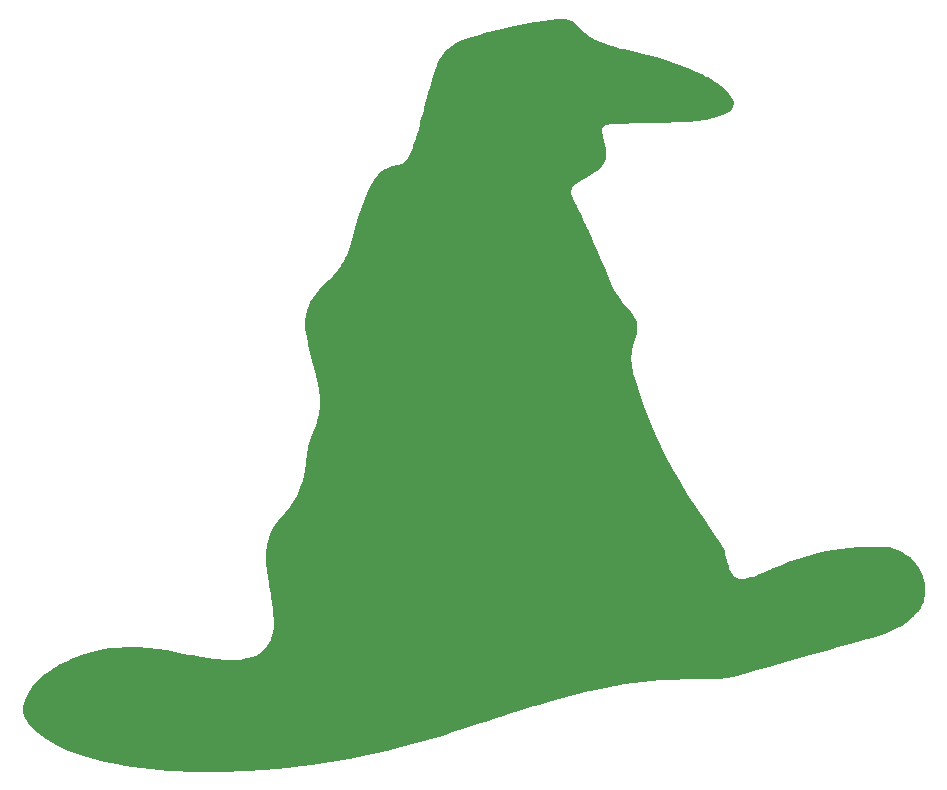
<source format=gbr>
G04 #@! TF.GenerationSoftware,KiCad,Pcbnew,(5.1.7)-1*
G04 #@! TF.CreationDate,2020-12-19T00:30:41-03:00*
G04 #@! TF.ProjectId,Sorting Hat,536f7274-696e-4672-9048-61742e6b6963,rev?*
G04 #@! TF.SameCoordinates,Original*
G04 #@! TF.FileFunction,Copper,L1,Top*
G04 #@! TF.FilePolarity,Positive*
%FSLAX46Y46*%
G04 Gerber Fmt 4.6, Leading zero omitted, Abs format (unit mm)*
G04 Created by KiCad (PCBNEW (5.1.7)-1) date 2020-12-19 00:30:41*
%MOMM*%
%LPD*%
G01*
G04 APERTURE LIST*
G04 #@! TA.AperFunction,NonConductor*
%ADD10C,0.254000*%
G04 #@! TD*
G04 #@! TA.AperFunction,NonConductor*
%ADD11C,0.100000*%
G04 #@! TD*
G04 APERTURE END LIST*
D10*
X167083874Y-46527557D02*
X167269543Y-46558727D01*
X167446661Y-46609503D01*
X167518588Y-46636412D01*
X167611900Y-46675533D01*
X167692792Y-46714284D01*
X167766898Y-46756420D01*
X167841140Y-46806668D01*
X167921987Y-46870076D01*
X168014950Y-46951311D01*
X168125011Y-47054532D01*
X168256914Y-47183485D01*
X168344345Y-47270543D01*
X168346325Y-47272473D01*
X168609683Y-47523528D01*
X168615079Y-47528385D01*
X168872758Y-47747333D01*
X168879387Y-47752596D01*
X169141331Y-47946672D01*
X169148557Y-47951648D01*
X169424711Y-48128091D01*
X169431637Y-48132213D01*
X169731945Y-48298259D01*
X169735771Y-48300290D01*
X169814720Y-48340490D01*
X169818128Y-48342162D01*
X170117125Y-48483321D01*
X170122644Y-48485768D01*
X170435300Y-48615583D01*
X170440720Y-48617689D01*
X170772205Y-48737847D01*
X170777264Y-48739561D01*
X171132750Y-48851745D01*
X171137262Y-48853078D01*
X171521918Y-48958974D01*
X171525785Y-48959973D01*
X171944782Y-49061265D01*
X171947303Y-49061847D01*
X172187980Y-49114865D01*
X172188078Y-49114887D01*
X172857340Y-49261758D01*
X173486941Y-49408132D01*
X174081073Y-49555190D01*
X174643286Y-49703973D01*
X175177088Y-49855508D01*
X175686008Y-50010824D01*
X176173675Y-50170986D01*
X176643611Y-50337025D01*
X177099439Y-50510012D01*
X177545374Y-50691268D01*
X177615587Y-50720918D01*
X177759604Y-50783786D01*
X177928778Y-50860520D01*
X178116368Y-50947837D01*
X178315363Y-51042331D01*
X178518145Y-51140298D01*
X178718076Y-51238500D01*
X178907813Y-51333358D01*
X179080109Y-51421330D01*
X179227843Y-51498929D01*
X179344120Y-51562767D01*
X179349357Y-51565752D01*
X179502364Y-51656401D01*
X179670366Y-51761384D01*
X179844103Y-51874512D01*
X180013473Y-51989054D01*
X180168412Y-52098264D01*
X180299228Y-52195620D01*
X180337132Y-52225395D01*
X180451766Y-52322376D01*
X180579732Y-52439447D01*
X180712685Y-52568315D01*
X180841590Y-52699961D01*
X180957429Y-52825258D01*
X181051721Y-52935525D01*
X181080139Y-52971758D01*
X181210626Y-53165032D01*
X181298787Y-53341750D01*
X181347444Y-53502245D01*
X181359634Y-53646651D01*
X181338345Y-53778164D01*
X181283579Y-53902203D01*
X181189900Y-54025141D01*
X181140085Y-54073725D01*
X181040407Y-54149318D01*
X180901641Y-54231673D01*
X180727295Y-54318236D01*
X180523285Y-54405810D01*
X180294919Y-54491913D01*
X180047265Y-54574322D01*
X179784371Y-54651204D01*
X179718964Y-54668745D01*
X179429656Y-54740271D01*
X179138616Y-54802475D01*
X178839163Y-54856361D01*
X178525199Y-54902761D01*
X178190569Y-54942484D01*
X177829511Y-54976284D01*
X177435772Y-55004961D01*
X177119567Y-55023345D01*
X177063176Y-55025731D01*
X176967163Y-55029054D01*
X176836419Y-55033158D01*
X176836419Y-55033157D01*
X176674050Y-55037958D01*
X176484550Y-55043329D01*
X176271576Y-55049168D01*
X176038619Y-55055379D01*
X175789767Y-55061848D01*
X175528665Y-55068474D01*
X175258945Y-55075156D01*
X175186119Y-55076933D01*
X175186097Y-55076933D01*
X174629516Y-55090611D01*
X174629441Y-55090613D01*
X174110249Y-55103677D01*
X174110163Y-55103679D01*
X173628777Y-55116118D01*
X173628678Y-55116121D01*
X173185512Y-55127920D01*
X173185393Y-55127923D01*
X172780865Y-55139072D01*
X172780722Y-55139076D01*
X172415247Y-55149561D01*
X172415069Y-55149566D01*
X172089064Y-55159375D01*
X172088838Y-55159382D01*
X171802718Y-55168503D01*
X171802416Y-55168513D01*
X171556599Y-55176933D01*
X171556179Y-55176949D01*
X171351079Y-55184655D01*
X171350445Y-55184680D01*
X171186480Y-55191660D01*
X171185415Y-55191710D01*
X171063000Y-55197952D01*
X171061035Y-55198067D01*
X170988985Y-55202861D01*
X170982218Y-55203494D01*
X170790349Y-55226622D01*
X170775838Y-55229233D01*
X170621720Y-55266316D01*
X170599476Y-55273905D01*
X170480117Y-55327416D01*
X170451154Y-55345418D01*
X170363558Y-55417830D01*
X170346016Y-55435497D01*
X170336888Y-55448231D01*
X170278062Y-55542015D01*
X170263384Y-55575145D01*
X170230333Y-55692774D01*
X170225923Y-55718055D01*
X170215653Y-55861435D01*
X170215367Y-55873639D01*
X170217223Y-55948906D01*
X170217581Y-55955814D01*
X170223819Y-56034482D01*
X170224530Y-56041182D01*
X170236233Y-56129197D01*
X170237062Y-56134552D01*
X170255313Y-56237862D01*
X170256032Y-56241605D01*
X170281912Y-56366155D01*
X170282433Y-56368546D01*
X170317025Y-56520284D01*
X170317357Y-56521705D01*
X170361743Y-56706578D01*
X170361881Y-56707146D01*
X170376861Y-56768297D01*
X170412767Y-56916236D01*
X170447560Y-57062970D01*
X170479116Y-57199279D01*
X170505191Y-57315417D01*
X170523658Y-57402109D01*
X170526425Y-57416039D01*
X170547495Y-57560812D01*
X170559243Y-57721543D01*
X170561657Y-57886873D01*
X170554751Y-58042418D01*
X170538917Y-58174733D01*
X170527224Y-58230200D01*
X170474201Y-58399521D01*
X170405391Y-58555232D01*
X170317831Y-58701549D01*
X170207869Y-58842665D01*
X170071555Y-58982150D01*
X169905126Y-59122893D01*
X169705302Y-59267344D01*
X169469137Y-59417885D01*
X169193269Y-59577322D01*
X169148367Y-59602115D01*
X168927481Y-59723765D01*
X168927051Y-59724003D01*
X168739720Y-59828121D01*
X168738961Y-59828547D01*
X168581393Y-59917541D01*
X168580160Y-59918246D01*
X168448566Y-59994523D01*
X168446682Y-59995637D01*
X168337269Y-60061602D01*
X168334542Y-60063293D01*
X168243522Y-60121354D01*
X168239850Y-60123787D01*
X168163432Y-60176349D01*
X168158942Y-60179584D01*
X168093334Y-60229055D01*
X168088529Y-60232863D01*
X168029942Y-60281648D01*
X168025611Y-60285424D01*
X167970254Y-60335930D01*
X167967267Y-60338745D01*
X167919676Y-60385071D01*
X167913273Y-60391777D01*
X167790916Y-60529650D01*
X167778232Y-60546600D01*
X167693500Y-60682065D01*
X167681677Y-60706401D01*
X167631055Y-60847039D01*
X167624619Y-60873611D01*
X167604594Y-61027003D01*
X167603549Y-61040982D01*
X167602905Y-61074215D01*
X167602940Y-61080552D01*
X167605649Y-61169271D01*
X167606449Y-61180139D01*
X167616478Y-61265942D01*
X167618551Y-61278331D01*
X167637936Y-61366970D01*
X167640925Y-61378163D01*
X167671702Y-61475392D01*
X167674709Y-61483843D01*
X167718911Y-61595415D01*
X167721305Y-61601056D01*
X167780969Y-61732724D01*
X167782596Y-61736175D01*
X167859757Y-61893693D01*
X167860684Y-61895548D01*
X167943257Y-62057370D01*
X167943431Y-62057708D01*
X168063128Y-62290559D01*
X168178081Y-62516618D01*
X168289649Y-62738843D01*
X168399037Y-62959895D01*
X168507195Y-63181918D01*
X168615559Y-63408049D01*
X168725009Y-63640276D01*
X168837044Y-63881896D01*
X168952535Y-64134861D01*
X169072794Y-64402078D01*
X169198947Y-64686050D01*
X169332249Y-64989566D01*
X169473480Y-65314334D01*
X169624375Y-65664255D01*
X169785521Y-66040575D01*
X169958535Y-66446936D01*
X170144194Y-66885016D01*
X170343904Y-67357967D01*
X170509859Y-67751973D01*
X170509972Y-67752238D01*
X170646207Y-68073642D01*
X170646535Y-68074409D01*
X170769849Y-68360096D01*
X170770295Y-68361118D01*
X170882553Y-68615038D01*
X170883148Y-68616364D01*
X170986216Y-68842465D01*
X170986990Y-68844131D01*
X171082735Y-69046364D01*
X171083713Y-69048382D01*
X171174002Y-69230696D01*
X171175188Y-69233031D01*
X171261885Y-69399376D01*
X171263256Y-69401935D01*
X171348228Y-69556259D01*
X171349644Y-69558762D01*
X171426653Y-69691423D01*
X171428512Y-69694524D01*
X171616468Y-69998066D01*
X171619303Y-70002441D01*
X171810152Y-70284129D01*
X171813483Y-70288813D01*
X172015411Y-70559605D01*
X172018854Y-70564017D01*
X172240047Y-70834873D01*
X172243173Y-70838554D01*
X172491818Y-71120432D01*
X172493212Y-71121987D01*
X172502612Y-71132297D01*
X172629358Y-71273051D01*
X172729915Y-71389618D01*
X172809576Y-71488775D01*
X172873818Y-71577413D01*
X172928638Y-71663260D01*
X172980337Y-71755146D01*
X172995094Y-71783276D01*
X173077814Y-71958463D01*
X173133882Y-72115847D01*
X173169669Y-72274800D01*
X173189784Y-72455552D01*
X173194332Y-72544946D01*
X173195977Y-72731413D01*
X173184856Y-72890072D01*
X173158922Y-73039418D01*
X173114842Y-73198805D01*
X173065761Y-73340274D01*
X172979799Y-73576571D01*
X172979145Y-73578413D01*
X172908055Y-73783606D01*
X172907062Y-73786591D01*
X172849624Y-73966681D01*
X172848322Y-73971029D01*
X172802997Y-74132907D01*
X172801548Y-74138584D01*
X172766793Y-74289143D01*
X172765462Y-74295688D01*
X172739736Y-74441817D01*
X172738759Y-74448366D01*
X172720522Y-74596957D01*
X172719959Y-74602576D01*
X172707669Y-74760521D01*
X172707416Y-74764631D01*
X172699532Y-74938820D01*
X172699463Y-74940622D01*
X172697893Y-74991207D01*
X172697848Y-74993150D01*
X172694556Y-75202517D01*
X172694560Y-75206763D01*
X172697993Y-75400575D01*
X172698206Y-75406011D01*
X172709447Y-75591427D01*
X172709966Y-75597542D01*
X172730098Y-75781721D01*
X172730909Y-75787786D01*
X172761014Y-75977887D01*
X172761979Y-75983238D01*
X172803140Y-76186419D01*
X172804078Y-76190672D01*
X172857375Y-76414094D01*
X172858153Y-76417180D01*
X172924671Y-76667999D01*
X172925164Y-76669807D01*
X172980123Y-76865347D01*
X172980912Y-76868038D01*
X173306501Y-77935403D01*
X173307838Y-77939532D01*
X173675455Y-79011935D01*
X173676882Y-79015886D01*
X174086524Y-80093321D01*
X174088028Y-80097092D01*
X174539690Y-81179552D01*
X174541254Y-81183145D01*
X175034934Y-82270622D01*
X175036547Y-82274037D01*
X175572240Y-83366525D01*
X175573888Y-83369768D01*
X176151591Y-84467260D01*
X176153263Y-84470334D01*
X176772972Y-85572822D01*
X176774659Y-85575732D01*
X177436372Y-86683210D01*
X177438065Y-86685963D01*
X178141776Y-87798423D01*
X178143467Y-87801026D01*
X178889174Y-88918463D01*
X178890857Y-88920922D01*
X179678555Y-90043327D01*
X179679763Y-90045018D01*
X180042976Y-90544968D01*
X180181471Y-90742245D01*
X180300759Y-90932064D01*
X180404926Y-91122597D01*
X180497288Y-91321199D01*
X180580996Y-91535352D01*
X180658936Y-91772306D01*
X180733847Y-92039062D01*
X180808559Y-92342918D01*
X180812240Y-92358788D01*
X180812677Y-92360609D01*
X180868588Y-92586472D01*
X180869650Y-92590479D01*
X180928179Y-92797676D01*
X180929590Y-92802331D01*
X180988858Y-92985081D01*
X180990990Y-92991128D01*
X181049116Y-93143652D01*
X181052982Y-93152722D01*
X181108085Y-93269237D01*
X181111715Y-93276329D01*
X181114007Y-93280480D01*
X181118351Y-93287762D01*
X181245551Y-93485654D01*
X181257167Y-93501023D01*
X181396848Y-93659285D01*
X181413912Y-93675351D01*
X181567416Y-93795195D01*
X181589695Y-93809138D01*
X181758362Y-93891773D01*
X181774024Y-93898190D01*
X181821107Y-93913907D01*
X181833957Y-93917459D01*
X181950570Y-93943188D01*
X181967888Y-93945773D01*
X182100655Y-93956307D01*
X182115067Y-93956630D01*
X182265811Y-93951443D01*
X182277280Y-93950527D01*
X182447821Y-93929094D01*
X182456750Y-93927647D01*
X182648910Y-93889442D01*
X182655806Y-93887870D01*
X182871408Y-93832368D01*
X182876733Y-93830873D01*
X183117597Y-93757548D01*
X183121722Y-93756215D01*
X183389671Y-93664542D01*
X183392881Y-93663395D01*
X183689736Y-93552847D01*
X183692244Y-93551883D01*
X184019827Y-93421936D01*
X184021794Y-93421137D01*
X184381927Y-93271264D01*
X184383471Y-93270609D01*
X184777975Y-93100285D01*
X184778782Y-93099933D01*
X184892364Y-93049958D01*
X185151614Y-92936054D01*
X185379658Y-92837235D01*
X185583450Y-92750640D01*
X185769962Y-92673392D01*
X185946825Y-92602340D01*
X186121182Y-92534543D01*
X186300401Y-92466977D01*
X186374776Y-92439461D01*
X187217013Y-92151611D01*
X188074638Y-91902293D01*
X188946789Y-91691564D01*
X189831200Y-91519954D01*
X190726330Y-91387875D01*
X191184260Y-91336135D01*
X191398453Y-91314849D01*
X191590659Y-91296911D01*
X191766685Y-91282095D01*
X191933106Y-91270096D01*
X192096637Y-91260609D01*
X192263776Y-91253343D01*
X192441463Y-91248001D01*
X192635980Y-91244314D01*
X192854245Y-91242001D01*
X193102060Y-91240788D01*
X193371568Y-91240397D01*
X193615183Y-91240371D01*
X193820906Y-91240585D01*
X193992096Y-91241185D01*
X194133511Y-91242322D01*
X194248654Y-91244135D01*
X194341819Y-91246755D01*
X194416887Y-91250288D01*
X194477937Y-91254811D01*
X194529595Y-91260429D01*
X194576824Y-91267347D01*
X194624820Y-91275935D01*
X194670845Y-91285049D01*
X195038379Y-91380301D01*
X195388114Y-91512597D01*
X195721957Y-91682059D01*
X196038805Y-91888109D01*
X196338158Y-92130775D01*
X196539199Y-92325114D01*
X196803400Y-92627455D01*
X197030662Y-92946950D01*
X197221036Y-93283040D01*
X197374001Y-93634582D01*
X197489643Y-94002532D01*
X197522912Y-94143825D01*
X197545313Y-94276436D01*
X197562936Y-94437771D01*
X197575024Y-94615459D01*
X197580897Y-94795887D01*
X197580048Y-94965441D01*
X197572135Y-95111396D01*
X197565302Y-95172163D01*
X197511609Y-95456138D01*
X197432663Y-95723493D01*
X197326456Y-95978641D01*
X197190809Y-96225171D01*
X197023278Y-96466464D01*
X196821367Y-96705538D01*
X196582681Y-96945118D01*
X196304927Y-97187812D01*
X196015767Y-97413935D01*
X195682063Y-97642597D01*
X195309219Y-97859667D01*
X194897308Y-98065062D01*
X194447549Y-98257997D01*
X193960333Y-98438054D01*
X193765900Y-98502836D01*
X193677624Y-98531085D01*
X193581193Y-98561262D01*
X193473889Y-98594148D01*
X193353806Y-98630279D01*
X193217942Y-98670528D01*
X193063083Y-98715825D01*
X192887877Y-98766555D01*
X192887877Y-98766554D01*
X192688521Y-98823815D01*
X192688521Y-98823816D01*
X192463350Y-98888090D01*
X192209038Y-98960335D01*
X191923528Y-99041148D01*
X191603799Y-99131400D01*
X191247543Y-99231758D01*
X191019242Y-99295992D01*
X191019242Y-99295991D01*
X190312844Y-99494710D01*
X190312830Y-99494714D01*
X189618360Y-99690163D01*
X189618346Y-99690167D01*
X188939403Y-99881331D01*
X188939388Y-99881335D01*
X188279576Y-100067200D01*
X188279560Y-100067205D01*
X187642477Y-100246755D01*
X187642460Y-100246760D01*
X187031710Y-100418981D01*
X187031692Y-100418986D01*
X186450874Y-100582863D01*
X186450852Y-100582869D01*
X185903567Y-100737387D01*
X185903543Y-100737394D01*
X185393394Y-100881538D01*
X185393389Y-100881539D01*
X185388764Y-100882846D01*
X185388752Y-100882850D01*
X184921924Y-101014822D01*
X184921922Y-101014822D01*
X184493979Y-101135809D01*
X184103053Y-101246322D01*
X184103053Y-101246323D01*
X183747311Y-101346860D01*
X183424867Y-101437936D01*
X183424867Y-101437935D01*
X183133826Y-101520065D01*
X182872462Y-101593720D01*
X182638700Y-101659466D01*
X182638700Y-101659467D01*
X182430993Y-101717724D01*
X182247225Y-101769070D01*
X182085637Y-101813984D01*
X181944085Y-101853051D01*
X181821629Y-101886526D01*
X181715204Y-101915246D01*
X181623942Y-101939451D01*
X181545609Y-101959750D01*
X181478478Y-101976621D01*
X181420590Y-101990600D01*
X181370195Y-102002175D01*
X181325211Y-102011910D01*
X181283824Y-102020305D01*
X181243647Y-102027967D01*
X181202760Y-102035401D01*
X181159471Y-102043075D01*
X181111824Y-102051510D01*
X181111571Y-102051555D01*
X181083369Y-102056607D01*
X180924768Y-102084100D01*
X180771292Y-102108195D01*
X180618551Y-102129226D01*
X180462796Y-102147406D01*
X180300314Y-102162935D01*
X180127317Y-102176003D01*
X179940052Y-102186791D01*
X179734847Y-102195471D01*
X179508193Y-102202203D01*
X179256551Y-102207162D01*
X178976151Y-102210525D01*
X178663439Y-102212468D01*
X178315000Y-102213169D01*
X177983348Y-102212915D01*
X177646252Y-102212567D01*
X177646000Y-102212567D01*
X177346299Y-102212853D01*
X177345924Y-102212854D01*
X177078684Y-102213897D01*
X177078161Y-102213900D01*
X176838449Y-102215823D01*
X176837759Y-102215830D01*
X176620638Y-102218752D01*
X176619772Y-102218767D01*
X176420309Y-102222812D01*
X176419289Y-102222837D01*
X176232550Y-102228125D01*
X176231426Y-102228162D01*
X176052475Y-102234816D01*
X176051329Y-102234863D01*
X175875233Y-102243004D01*
X175874159Y-102243059D01*
X175695982Y-102252809D01*
X175695063Y-102252862D01*
X175509872Y-102264343D01*
X175509160Y-102264390D01*
X175312019Y-102277724D01*
X175311714Y-102277744D01*
X175286176Y-102279533D01*
X175284628Y-102279651D01*
X174552127Y-102339970D01*
X174549178Y-102340248D01*
X173801087Y-102419458D01*
X173798256Y-102419790D01*
X173032838Y-102518248D01*
X173030141Y-102518624D01*
X172245664Y-102636684D01*
X172243109Y-102637095D01*
X171437839Y-102775116D01*
X171435434Y-102775552D01*
X170607637Y-102933890D01*
X170605385Y-102934342D01*
X169753326Y-103113352D01*
X169751227Y-103113812D01*
X168873172Y-103313852D01*
X168871225Y-103314312D01*
X167965442Y-103535738D01*
X167963642Y-103536192D01*
X167028395Y-103779360D01*
X167026738Y-103779803D01*
X166060294Y-104045070D01*
X166058773Y-104045497D01*
X165059398Y-104333219D01*
X165058337Y-104333530D01*
X164537937Y-104488272D01*
X164537463Y-104488414D01*
X164280795Y-104565824D01*
X164280512Y-104565909D01*
X164025037Y-104643608D01*
X164024735Y-104643701D01*
X163767696Y-104722575D01*
X163767384Y-104722671D01*
X163506021Y-104803607D01*
X163505711Y-104803703D01*
X163237266Y-104887586D01*
X163236965Y-104887681D01*
X162958680Y-104975398D01*
X162958397Y-104975487D01*
X162667513Y-105067923D01*
X162667252Y-105068006D01*
X162361012Y-105166048D01*
X162360779Y-105166123D01*
X162036423Y-105270656D01*
X162036216Y-105270723D01*
X161690986Y-105382634D01*
X161690808Y-105382692D01*
X161321947Y-105502867D01*
X161321795Y-105502917D01*
X160926543Y-105632241D01*
X160926415Y-105632283D01*
X160502014Y-105771643D01*
X160501908Y-105771678D01*
X160045600Y-105921959D01*
X160045513Y-105921987D01*
X159554539Y-106084076D01*
X159554470Y-106084099D01*
X159041564Y-106253754D01*
X158772837Y-106342485D01*
X158499500Y-106432316D01*
X158499500Y-106432315D01*
X158226085Y-106521778D01*
X157958407Y-106608991D01*
X157701026Y-106692476D01*
X157459814Y-106770332D01*
X157239190Y-106841128D01*
X157045247Y-106902894D01*
X156882548Y-106954151D01*
X156790301Y-106982791D01*
X155217867Y-107447875D01*
X153651367Y-107873131D01*
X152085567Y-108259718D01*
X150515889Y-108608605D01*
X148937768Y-108920753D01*
X147346576Y-109197139D01*
X145737566Y-109438752D01*
X144217624Y-109633507D01*
X143815176Y-109680058D01*
X143433065Y-109722366D01*
X143065620Y-109760897D01*
X142705209Y-109796331D01*
X142345530Y-109829211D01*
X141979544Y-109860146D01*
X141600621Y-109889713D01*
X141201850Y-109918511D01*
X140776202Y-109947144D01*
X140317123Y-109976184D01*
X140162451Y-109985633D01*
X140098924Y-109988283D01*
X139996060Y-109990978D01*
X139857315Y-109993674D01*
X139686485Y-109996337D01*
X139488233Y-109998932D01*
X139265384Y-110001447D01*
X139021755Y-110003861D01*
X138761348Y-110006148D01*
X138487539Y-110008294D01*
X138203922Y-110010275D01*
X137914087Y-110012075D01*
X137914087Y-110012076D01*
X137621946Y-110013671D01*
X137330738Y-110015045D01*
X137044373Y-110016176D01*
X136766497Y-110017045D01*
X136766497Y-110017044D01*
X136500389Y-110017631D01*
X136250046Y-110017916D01*
X136019133Y-110017879D01*
X135810791Y-110017500D01*
X135629397Y-110016761D01*
X135477820Y-110015642D01*
X135360946Y-110014136D01*
X135283667Y-110012294D01*
X134443778Y-109976942D01*
X133639350Y-109930020D01*
X132865317Y-109870958D01*
X132116138Y-109799157D01*
X131386579Y-109714042D01*
X130670980Y-109614989D01*
X129964108Y-109501422D01*
X129260073Y-109372655D01*
X128924901Y-109305942D01*
X128250669Y-109161484D01*
X127616878Y-109011400D01*
X127020874Y-108854721D01*
X126460500Y-108690598D01*
X125933424Y-108518143D01*
X125437358Y-108336485D01*
X124969961Y-108144740D01*
X124528940Y-107942042D01*
X124111848Y-107727447D01*
X123716373Y-107500070D01*
X123340089Y-107258945D01*
X122980110Y-107002746D01*
X122775155Y-106844652D01*
X122617643Y-106714382D01*
X122455845Y-106571121D01*
X122295380Y-106420503D01*
X122142410Y-106268699D01*
X122002923Y-106121784D01*
X121883181Y-105986230D01*
X121788930Y-105868146D01*
X121749383Y-105811783D01*
X121617342Y-105582700D01*
X121523678Y-105357978D01*
X121466592Y-105133507D01*
X121445173Y-104905335D01*
X121459350Y-104669119D01*
X121509872Y-104420935D01*
X121597804Y-104157699D01*
X121724831Y-103875263D01*
X121752743Y-103820741D01*
X121980090Y-103425788D01*
X122238459Y-103053104D01*
X122530326Y-102699328D01*
X122857180Y-102362983D01*
X123220574Y-102042636D01*
X123622099Y-101736911D01*
X124018973Y-101472194D01*
X124157199Y-101389378D01*
X124328164Y-101293460D01*
X124523213Y-101188951D01*
X124733916Y-101080151D01*
X124952305Y-100971088D01*
X125169998Y-100865980D01*
X125379143Y-100768776D01*
X125571786Y-100683466D01*
X125653642Y-100648925D01*
X126259773Y-100417611D01*
X126877156Y-100221025D01*
X127510919Y-100057740D01*
X128164863Y-99926861D01*
X128843680Y-99827382D01*
X129184896Y-99790050D01*
X129352034Y-99776585D01*
X129553793Y-99765082D01*
X129781635Y-99755725D01*
X130026906Y-99748675D01*
X130280645Y-99744085D01*
X130534577Y-99742084D01*
X130779821Y-99742802D01*
X131008119Y-99746361D01*
X131210662Y-99752870D01*
X131303593Y-99757489D01*
X131547436Y-99772572D01*
X131780833Y-99789459D01*
X132007815Y-99808738D01*
X132232868Y-99831034D01*
X132460361Y-99856966D01*
X132694712Y-99887163D01*
X132940193Y-99922244D01*
X133201249Y-99962852D01*
X133481988Y-100009581D01*
X133786976Y-100063096D01*
X134120523Y-100124026D01*
X134486316Y-100192878D01*
X134889517Y-100270432D01*
X134916607Y-100275689D01*
X134916763Y-100275719D01*
X135322369Y-100353902D01*
X135322792Y-100353983D01*
X135691010Y-100423668D01*
X135691574Y-100423774D01*
X136026356Y-100485564D01*
X136027087Y-100485696D01*
X136332387Y-100540200D01*
X136333309Y-100540361D01*
X136613081Y-100588182D01*
X136614209Y-100588370D01*
X136872407Y-100630116D01*
X136873742Y-100630324D01*
X137114319Y-100666599D01*
X137115839Y-100666819D01*
X137342748Y-100698231D01*
X137344409Y-100698450D01*
X137561604Y-100725603D01*
X137563329Y-100725807D01*
X137774765Y-100749307D01*
X137776461Y-100749484D01*
X137986089Y-100769937D01*
X137987659Y-100770080D01*
X138199435Y-100788093D01*
X138200531Y-100788182D01*
X138324782Y-100797667D01*
X138327417Y-100797840D01*
X138491775Y-100806954D01*
X138495126Y-100807096D01*
X138682970Y-100812543D01*
X138685430Y-100812590D01*
X138888298Y-100814540D01*
X138890354Y-100814543D01*
X139099784Y-100813166D01*
X139101724Y-100813139D01*
X139309254Y-100808604D01*
X139311321Y-100808542D01*
X139508491Y-100801020D01*
X139510999Y-100800899D01*
X139689346Y-100790560D01*
X139692874Y-100790306D01*
X139843937Y-100777319D01*
X139849012Y-100776780D01*
X139941504Y-100765069D01*
X139950004Y-100763699D01*
X140339498Y-100687275D01*
X140350622Y-100684566D01*
X140708533Y-100580122D01*
X140720749Y-100575871D01*
X141047429Y-100443178D01*
X141060400Y-100437034D01*
X141356197Y-100275863D01*
X141369354Y-100267613D01*
X141634622Y-100077735D01*
X141647228Y-100067428D01*
X141882316Y-99848614D01*
X141893622Y-99836630D01*
X142098881Y-99588652D01*
X142108321Y-99575655D01*
X142284102Y-99298282D01*
X142289143Y-99289585D01*
X142337799Y-99197407D01*
X142341569Y-99189635D01*
X142456543Y-98930543D01*
X142461237Y-98918294D01*
X142549287Y-98647450D01*
X142552631Y-98635072D01*
X142615281Y-98345841D01*
X142617203Y-98334506D01*
X142655975Y-98020251D01*
X142656733Y-98011795D01*
X142671053Y-97755853D01*
X142671222Y-97751451D01*
X142674610Y-97591711D01*
X142674639Y-97588874D01*
X142674460Y-97430855D01*
X142674417Y-97427700D01*
X142670250Y-97267361D01*
X142670125Y-97264135D01*
X142661549Y-97097434D01*
X142661355Y-97094372D01*
X142647948Y-96917268D01*
X142647712Y-96914541D01*
X142629052Y-96722994D01*
X142628806Y-96720692D01*
X142604472Y-96510659D01*
X142604242Y-96508797D01*
X142573811Y-96276239D01*
X142573613Y-96274790D01*
X142536665Y-96015663D01*
X142536505Y-96014569D01*
X142492617Y-95724834D01*
X142492493Y-95724036D01*
X142441244Y-95399651D01*
X142441165Y-95399157D01*
X142400163Y-95146112D01*
X142400161Y-95146097D01*
X142334985Y-94744151D01*
X142277289Y-94381312D01*
X142226564Y-94053445D01*
X142182484Y-93757548D01*
X142144769Y-93491000D01*
X142112931Y-93249721D01*
X142086687Y-93031145D01*
X142065631Y-92831792D01*
X142049385Y-92648437D01*
X142037568Y-92477844D01*
X142029794Y-92316562D01*
X142025687Y-92161269D01*
X142024885Y-92008653D01*
X142027044Y-91854610D01*
X142027476Y-91836340D01*
X142035082Y-91611762D01*
X142046683Y-91419723D01*
X142063578Y-91248248D01*
X142087143Y-91085114D01*
X142118945Y-90917839D01*
X142160783Y-90733666D01*
X142163456Y-90722629D01*
X142282907Y-90318226D01*
X142440567Y-89927274D01*
X142636346Y-89549314D01*
X142778867Y-89319237D01*
X142860943Y-89197141D01*
X142937171Y-89088983D01*
X143012902Y-88988127D01*
X143094771Y-88886177D01*
X143189295Y-88775047D01*
X143302880Y-88646848D01*
X143417222Y-88520726D01*
X143417499Y-88520419D01*
X143515400Y-88411723D01*
X143516322Y-88410689D01*
X143617316Y-88296069D01*
X143618166Y-88295094D01*
X143713394Y-88184773D01*
X143714437Y-88183549D01*
X143795036Y-88087749D01*
X143796359Y-88086150D01*
X143834429Y-88039369D01*
X143838185Y-88034519D01*
X144160939Y-87596274D01*
X144166452Y-87588148D01*
X144453472Y-87127737D01*
X144458333Y-87119225D01*
X144708788Y-86638436D01*
X144712966Y-86629600D01*
X144926028Y-86130218D01*
X144929503Y-86121123D01*
X145104342Y-85604936D01*
X145107099Y-85595646D01*
X145242887Y-85064440D01*
X145244178Y-85058866D01*
X145265126Y-84958221D01*
X145265528Y-84956208D01*
X145301653Y-84767400D01*
X145302162Y-84764567D01*
X145332133Y-84586096D01*
X145332645Y-84582780D01*
X145357849Y-84403873D01*
X145358262Y-84400641D01*
X145380088Y-84210526D01*
X145380365Y-84207868D01*
X145400202Y-83995774D01*
X145400357Y-83993975D01*
X145417400Y-83778808D01*
X145446965Y-83442534D01*
X145483849Y-83142253D01*
X145530054Y-82868522D01*
X145587536Y-82612677D01*
X145658404Y-82365756D01*
X145744933Y-82118767D01*
X145849596Y-81862648D01*
X145941858Y-81658468D01*
X145942431Y-81657182D01*
X146110002Y-81275111D01*
X146112637Y-81268622D01*
X146249416Y-80903212D01*
X146251958Y-80895717D01*
X146360945Y-80538129D01*
X146363100Y-80530132D01*
X146447296Y-80171529D01*
X146448179Y-80167472D01*
X146449063Y-80163064D01*
X146449209Y-80162322D01*
X146481063Y-79998425D01*
X146481488Y-79996126D01*
X146506621Y-79852773D01*
X146507202Y-79849155D01*
X146526382Y-79717531D01*
X146526965Y-79712945D01*
X146540959Y-79584237D01*
X146541383Y-79579520D01*
X146550957Y-79444912D01*
X146551177Y-79440936D01*
X146557100Y-79291615D01*
X146557180Y-79288814D01*
X146560219Y-79115967D01*
X146560238Y-79114304D01*
X146561159Y-78909115D01*
X146561160Y-78908562D01*
X146561164Y-78878692D01*
X146561163Y-78878162D01*
X146560458Y-78703742D01*
X146560444Y-78702310D01*
X146557981Y-78541541D01*
X146557930Y-78539387D01*
X146553055Y-78388420D01*
X146552931Y-78385577D01*
X146544992Y-78240564D01*
X146544762Y-78237183D01*
X146533108Y-78094278D01*
X146532756Y-78090619D01*
X146516734Y-77945974D01*
X146516278Y-77942339D01*
X146495235Y-77792106D01*
X146494722Y-77788765D01*
X146468007Y-77629096D01*
X146467492Y-77626224D01*
X146434453Y-77453273D01*
X146433985Y-77450940D01*
X146393968Y-77260858D01*
X146393575Y-77259056D01*
X146345930Y-77047996D01*
X146345621Y-77046662D01*
X146289694Y-76810777D01*
X146289467Y-76809836D01*
X146224607Y-76545278D01*
X146224451Y-76544647D01*
X146150005Y-76247568D01*
X146149906Y-76247178D01*
X146065222Y-75913731D01*
X146065186Y-75913587D01*
X146049516Y-75852187D01*
X145938276Y-75414396D01*
X145838182Y-75015402D01*
X145748573Y-74651840D01*
X145669073Y-74321506D01*
X145599319Y-74022248D01*
X145538720Y-73750982D01*
X145486913Y-73505622D01*
X145443405Y-73283519D01*
X145407725Y-73082155D01*
X145379398Y-72899059D01*
X145357941Y-72731744D01*
X145342834Y-72577514D01*
X145333580Y-72433808D01*
X145329673Y-72297787D01*
X145330645Y-72166689D01*
X145336067Y-72037550D01*
X145343035Y-71937963D01*
X145395912Y-71526325D01*
X145485949Y-71133535D01*
X145613667Y-70756386D01*
X145779471Y-70393768D01*
X145983888Y-70044648D01*
X146227717Y-69707858D01*
X146477712Y-69418653D01*
X146532777Y-69362596D01*
X146614253Y-69283826D01*
X146712949Y-69191179D01*
X146820760Y-69092294D01*
X146929890Y-68994492D01*
X146931190Y-68993343D01*
X146933268Y-68991464D01*
X147279630Y-68671223D01*
X147284264Y-68666715D01*
X147594117Y-68349498D01*
X147599169Y-68344013D01*
X147877319Y-68023614D01*
X147882438Y-68017322D01*
X148133691Y-67687536D01*
X148138493Y-67680787D01*
X148367656Y-67335408D01*
X148371832Y-67328667D01*
X148583710Y-66961489D01*
X148586729Y-66955942D01*
X148738447Y-66659936D01*
X148740291Y-66656187D01*
X148855816Y-66411266D01*
X148857441Y-66407680D01*
X148960946Y-66169364D01*
X148962657Y-66165226D01*
X149056507Y-65926434D01*
X149058127Y-65922079D01*
X149144686Y-65675728D01*
X149146076Y-65671540D01*
X149227709Y-65410549D01*
X149228806Y-65406844D01*
X149307877Y-65124131D01*
X149308686Y-65121095D01*
X149387558Y-64809577D01*
X149388095Y-64807374D01*
X149459011Y-64504660D01*
X149621667Y-63854573D01*
X149816840Y-63190256D01*
X150042477Y-62517452D01*
X150296053Y-61843671D01*
X150575392Y-61175546D01*
X150623883Y-61066168D01*
X150718474Y-60859318D01*
X150803777Y-60683928D01*
X150885158Y-60529789D01*
X150968094Y-60386575D01*
X151058544Y-60243370D01*
X151101070Y-60179427D01*
X151312490Y-59895472D01*
X151536401Y-59651993D01*
X151776279Y-59444658D01*
X152034615Y-59270959D01*
X152317307Y-59127053D01*
X152319507Y-59126095D01*
X152405048Y-59091609D01*
X152500970Y-59058419D01*
X152615228Y-59024221D01*
X152753952Y-58987448D01*
X152923058Y-58946552D01*
X153128206Y-58900000D01*
X153150406Y-58895088D01*
X153161569Y-58892079D01*
X153369815Y-58825638D01*
X153392032Y-58816137D01*
X153582009Y-58712502D01*
X153601698Y-58699233D01*
X153774382Y-58557691D01*
X153789786Y-58542716D01*
X153946154Y-58362557D01*
X153954131Y-58352359D01*
X154009194Y-58274048D01*
X154012335Y-58269363D01*
X154071668Y-58176471D01*
X154074676Y-58171516D01*
X154128676Y-58077805D01*
X154131736Y-58072172D01*
X154183374Y-57971088D01*
X154185904Y-57965840D01*
X154238151Y-57850828D01*
X154239946Y-57846683D01*
X154295774Y-57711189D01*
X154296919Y-57708312D01*
X154359298Y-57545779D01*
X154359969Y-57543988D01*
X154431870Y-57347864D01*
X154432094Y-57347251D01*
X154435226Y-57338570D01*
X154435414Y-57338044D01*
X154498245Y-57161465D01*
X154498642Y-57160333D01*
X154559320Y-56984567D01*
X154559744Y-56983319D01*
X154619276Y-56804889D01*
X154619698Y-56803599D01*
X154679093Y-56619033D01*
X154679491Y-56617773D01*
X154739758Y-56423595D01*
X154740115Y-56422426D01*
X154802262Y-56215163D01*
X154802569Y-56214123D01*
X154867605Y-55990299D01*
X154867860Y-55989409D01*
X154936793Y-55745551D01*
X154936999Y-55744813D01*
X155010837Y-55477447D01*
X155011000Y-55476852D01*
X155090753Y-55182502D01*
X155090879Y-55182033D01*
X155177554Y-54857225D01*
X155177650Y-54856866D01*
X155272256Y-54498127D01*
X155272326Y-54497859D01*
X155375872Y-54101714D01*
X155375902Y-54101599D01*
X155383662Y-54071798D01*
X155516944Y-53563397D01*
X155641547Y-53095584D01*
X155758159Y-52665956D01*
X155867159Y-52273256D01*
X155969126Y-51915520D01*
X156064290Y-51591995D01*
X156153244Y-51300653D01*
X156236386Y-51040130D01*
X156314134Y-50808962D01*
X156386894Y-50605685D01*
X156455082Y-50428771D01*
X156507423Y-50303406D01*
X156683108Y-49947959D01*
X156887305Y-49622187D01*
X157119963Y-49324998D01*
X157380161Y-49057205D01*
X157667108Y-48819586D01*
X157981108Y-48612316D01*
X158185510Y-48501476D01*
X158349400Y-48425639D01*
X158553100Y-48342157D01*
X158792362Y-48252603D01*
X159063154Y-48158318D01*
X159361387Y-48060607D01*
X159683404Y-47960596D01*
X160025590Y-47859395D01*
X160383960Y-47758218D01*
X160754906Y-47658159D01*
X161135031Y-47560259D01*
X161520264Y-47465733D01*
X161892877Y-47378871D01*
X162214490Y-47308028D01*
X162571943Y-47233183D01*
X162959052Y-47155514D01*
X163369624Y-47076205D01*
X163797117Y-46996506D01*
X164235300Y-46917601D01*
X164677932Y-46840681D01*
X165039515Y-46779974D01*
X165226669Y-46748778D01*
X165226979Y-46748726D01*
X165425916Y-46715060D01*
X165426184Y-46715014D01*
X165625970Y-46680764D01*
X165626245Y-46680716D01*
X165815944Y-46647766D01*
X165816279Y-46647708D01*
X165984954Y-46617944D01*
X165985422Y-46617860D01*
X166108845Y-46595604D01*
X166399608Y-46548927D01*
X166654819Y-46522318D01*
X166881033Y-46515321D01*
X167083874Y-46527557D01*
G04 #@! TA.AperFunction,NonConductor*
D11*
G36*
X167083874Y-46527557D02*
G01*
X167269543Y-46558727D01*
X167446661Y-46609503D01*
X167518588Y-46636412D01*
X167611900Y-46675533D01*
X167692792Y-46714284D01*
X167766898Y-46756420D01*
X167841140Y-46806668D01*
X167921987Y-46870076D01*
X168014950Y-46951311D01*
X168125011Y-47054532D01*
X168256914Y-47183485D01*
X168344345Y-47270543D01*
X168346325Y-47272473D01*
X168609683Y-47523528D01*
X168615079Y-47528385D01*
X168872758Y-47747333D01*
X168879387Y-47752596D01*
X169141331Y-47946672D01*
X169148557Y-47951648D01*
X169424711Y-48128091D01*
X169431637Y-48132213D01*
X169731945Y-48298259D01*
X169735771Y-48300290D01*
X169814720Y-48340490D01*
X169818128Y-48342162D01*
X170117125Y-48483321D01*
X170122644Y-48485768D01*
X170435300Y-48615583D01*
X170440720Y-48617689D01*
X170772205Y-48737847D01*
X170777264Y-48739561D01*
X171132750Y-48851745D01*
X171137262Y-48853078D01*
X171521918Y-48958974D01*
X171525785Y-48959973D01*
X171944782Y-49061265D01*
X171947303Y-49061847D01*
X172187980Y-49114865D01*
X172188078Y-49114887D01*
X172857340Y-49261758D01*
X173486941Y-49408132D01*
X174081073Y-49555190D01*
X174643286Y-49703973D01*
X175177088Y-49855508D01*
X175686008Y-50010824D01*
X176173675Y-50170986D01*
X176643611Y-50337025D01*
X177099439Y-50510012D01*
X177545374Y-50691268D01*
X177615587Y-50720918D01*
X177759604Y-50783786D01*
X177928778Y-50860520D01*
X178116368Y-50947837D01*
X178315363Y-51042331D01*
X178518145Y-51140298D01*
X178718076Y-51238500D01*
X178907813Y-51333358D01*
X179080109Y-51421330D01*
X179227843Y-51498929D01*
X179344120Y-51562767D01*
X179349357Y-51565752D01*
X179502364Y-51656401D01*
X179670366Y-51761384D01*
X179844103Y-51874512D01*
X180013473Y-51989054D01*
X180168412Y-52098264D01*
X180299228Y-52195620D01*
X180337132Y-52225395D01*
X180451766Y-52322376D01*
X180579732Y-52439447D01*
X180712685Y-52568315D01*
X180841590Y-52699961D01*
X180957429Y-52825258D01*
X181051721Y-52935525D01*
X181080139Y-52971758D01*
X181210626Y-53165032D01*
X181298787Y-53341750D01*
X181347444Y-53502245D01*
X181359634Y-53646651D01*
X181338345Y-53778164D01*
X181283579Y-53902203D01*
X181189900Y-54025141D01*
X181140085Y-54073725D01*
X181040407Y-54149318D01*
X180901641Y-54231673D01*
X180727295Y-54318236D01*
X180523285Y-54405810D01*
X180294919Y-54491913D01*
X180047265Y-54574322D01*
X179784371Y-54651204D01*
X179718964Y-54668745D01*
X179429656Y-54740271D01*
X179138616Y-54802475D01*
X178839163Y-54856361D01*
X178525199Y-54902761D01*
X178190569Y-54942484D01*
X177829511Y-54976284D01*
X177435772Y-55004961D01*
X177119567Y-55023345D01*
X177063176Y-55025731D01*
X176967163Y-55029054D01*
X176836419Y-55033158D01*
X176836419Y-55033157D01*
X176674050Y-55037958D01*
X176484550Y-55043329D01*
X176271576Y-55049168D01*
X176038619Y-55055379D01*
X175789767Y-55061848D01*
X175528665Y-55068474D01*
X175258945Y-55075156D01*
X175186119Y-55076933D01*
X175186097Y-55076933D01*
X174629516Y-55090611D01*
X174629441Y-55090613D01*
X174110249Y-55103677D01*
X174110163Y-55103679D01*
X173628777Y-55116118D01*
X173628678Y-55116121D01*
X173185512Y-55127920D01*
X173185393Y-55127923D01*
X172780865Y-55139072D01*
X172780722Y-55139076D01*
X172415247Y-55149561D01*
X172415069Y-55149566D01*
X172089064Y-55159375D01*
X172088838Y-55159382D01*
X171802718Y-55168503D01*
X171802416Y-55168513D01*
X171556599Y-55176933D01*
X171556179Y-55176949D01*
X171351079Y-55184655D01*
X171350445Y-55184680D01*
X171186480Y-55191660D01*
X171185415Y-55191710D01*
X171063000Y-55197952D01*
X171061035Y-55198067D01*
X170988985Y-55202861D01*
X170982218Y-55203494D01*
X170790349Y-55226622D01*
X170775838Y-55229233D01*
X170621720Y-55266316D01*
X170599476Y-55273905D01*
X170480117Y-55327416D01*
X170451154Y-55345418D01*
X170363558Y-55417830D01*
X170346016Y-55435497D01*
X170336888Y-55448231D01*
X170278062Y-55542015D01*
X170263384Y-55575145D01*
X170230333Y-55692774D01*
X170225923Y-55718055D01*
X170215653Y-55861435D01*
X170215367Y-55873639D01*
X170217223Y-55948906D01*
X170217581Y-55955814D01*
X170223819Y-56034482D01*
X170224530Y-56041182D01*
X170236233Y-56129197D01*
X170237062Y-56134552D01*
X170255313Y-56237862D01*
X170256032Y-56241605D01*
X170281912Y-56366155D01*
X170282433Y-56368546D01*
X170317025Y-56520284D01*
X170317357Y-56521705D01*
X170361743Y-56706578D01*
X170361881Y-56707146D01*
X170376861Y-56768297D01*
X170412767Y-56916236D01*
X170447560Y-57062970D01*
X170479116Y-57199279D01*
X170505191Y-57315417D01*
X170523658Y-57402109D01*
X170526425Y-57416039D01*
X170547495Y-57560812D01*
X170559243Y-57721543D01*
X170561657Y-57886873D01*
X170554751Y-58042418D01*
X170538917Y-58174733D01*
X170527224Y-58230200D01*
X170474201Y-58399521D01*
X170405391Y-58555232D01*
X170317831Y-58701549D01*
X170207869Y-58842665D01*
X170071555Y-58982150D01*
X169905126Y-59122893D01*
X169705302Y-59267344D01*
X169469137Y-59417885D01*
X169193269Y-59577322D01*
X169148367Y-59602115D01*
X168927481Y-59723765D01*
X168927051Y-59724003D01*
X168739720Y-59828121D01*
X168738961Y-59828547D01*
X168581393Y-59917541D01*
X168580160Y-59918246D01*
X168448566Y-59994523D01*
X168446682Y-59995637D01*
X168337269Y-60061602D01*
X168334542Y-60063293D01*
X168243522Y-60121354D01*
X168239850Y-60123787D01*
X168163432Y-60176349D01*
X168158942Y-60179584D01*
X168093334Y-60229055D01*
X168088529Y-60232863D01*
X168029942Y-60281648D01*
X168025611Y-60285424D01*
X167970254Y-60335930D01*
X167967267Y-60338745D01*
X167919676Y-60385071D01*
X167913273Y-60391777D01*
X167790916Y-60529650D01*
X167778232Y-60546600D01*
X167693500Y-60682065D01*
X167681677Y-60706401D01*
X167631055Y-60847039D01*
X167624619Y-60873611D01*
X167604594Y-61027003D01*
X167603549Y-61040982D01*
X167602905Y-61074215D01*
X167602940Y-61080552D01*
X167605649Y-61169271D01*
X167606449Y-61180139D01*
X167616478Y-61265942D01*
X167618551Y-61278331D01*
X167637936Y-61366970D01*
X167640925Y-61378163D01*
X167671702Y-61475392D01*
X167674709Y-61483843D01*
X167718911Y-61595415D01*
X167721305Y-61601056D01*
X167780969Y-61732724D01*
X167782596Y-61736175D01*
X167859757Y-61893693D01*
X167860684Y-61895548D01*
X167943257Y-62057370D01*
X167943431Y-62057708D01*
X168063128Y-62290559D01*
X168178081Y-62516618D01*
X168289649Y-62738843D01*
X168399037Y-62959895D01*
X168507195Y-63181918D01*
X168615559Y-63408049D01*
X168725009Y-63640276D01*
X168837044Y-63881896D01*
X168952535Y-64134861D01*
X169072794Y-64402078D01*
X169198947Y-64686050D01*
X169332249Y-64989566D01*
X169473480Y-65314334D01*
X169624375Y-65664255D01*
X169785521Y-66040575D01*
X169958535Y-66446936D01*
X170144194Y-66885016D01*
X170343904Y-67357967D01*
X170509859Y-67751973D01*
X170509972Y-67752238D01*
X170646207Y-68073642D01*
X170646535Y-68074409D01*
X170769849Y-68360096D01*
X170770295Y-68361118D01*
X170882553Y-68615038D01*
X170883148Y-68616364D01*
X170986216Y-68842465D01*
X170986990Y-68844131D01*
X171082735Y-69046364D01*
X171083713Y-69048382D01*
X171174002Y-69230696D01*
X171175188Y-69233031D01*
X171261885Y-69399376D01*
X171263256Y-69401935D01*
X171348228Y-69556259D01*
X171349644Y-69558762D01*
X171426653Y-69691423D01*
X171428512Y-69694524D01*
X171616468Y-69998066D01*
X171619303Y-70002441D01*
X171810152Y-70284129D01*
X171813483Y-70288813D01*
X172015411Y-70559605D01*
X172018854Y-70564017D01*
X172240047Y-70834873D01*
X172243173Y-70838554D01*
X172491818Y-71120432D01*
X172493212Y-71121987D01*
X172502612Y-71132297D01*
X172629358Y-71273051D01*
X172729915Y-71389618D01*
X172809576Y-71488775D01*
X172873818Y-71577413D01*
X172928638Y-71663260D01*
X172980337Y-71755146D01*
X172995094Y-71783276D01*
X173077814Y-71958463D01*
X173133882Y-72115847D01*
X173169669Y-72274800D01*
X173189784Y-72455552D01*
X173194332Y-72544946D01*
X173195977Y-72731413D01*
X173184856Y-72890072D01*
X173158922Y-73039418D01*
X173114842Y-73198805D01*
X173065761Y-73340274D01*
X172979799Y-73576571D01*
X172979145Y-73578413D01*
X172908055Y-73783606D01*
X172907062Y-73786591D01*
X172849624Y-73966681D01*
X172848322Y-73971029D01*
X172802997Y-74132907D01*
X172801548Y-74138584D01*
X172766793Y-74289143D01*
X172765462Y-74295688D01*
X172739736Y-74441817D01*
X172738759Y-74448366D01*
X172720522Y-74596957D01*
X172719959Y-74602576D01*
X172707669Y-74760521D01*
X172707416Y-74764631D01*
X172699532Y-74938820D01*
X172699463Y-74940622D01*
X172697893Y-74991207D01*
X172697848Y-74993150D01*
X172694556Y-75202517D01*
X172694560Y-75206763D01*
X172697993Y-75400575D01*
X172698206Y-75406011D01*
X172709447Y-75591427D01*
X172709966Y-75597542D01*
X172730098Y-75781721D01*
X172730909Y-75787786D01*
X172761014Y-75977887D01*
X172761979Y-75983238D01*
X172803140Y-76186419D01*
X172804078Y-76190672D01*
X172857375Y-76414094D01*
X172858153Y-76417180D01*
X172924671Y-76667999D01*
X172925164Y-76669807D01*
X172980123Y-76865347D01*
X172980912Y-76868038D01*
X173306501Y-77935403D01*
X173307838Y-77939532D01*
X173675455Y-79011935D01*
X173676882Y-79015886D01*
X174086524Y-80093321D01*
X174088028Y-80097092D01*
X174539690Y-81179552D01*
X174541254Y-81183145D01*
X175034934Y-82270622D01*
X175036547Y-82274037D01*
X175572240Y-83366525D01*
X175573888Y-83369768D01*
X176151591Y-84467260D01*
X176153263Y-84470334D01*
X176772972Y-85572822D01*
X176774659Y-85575732D01*
X177436372Y-86683210D01*
X177438065Y-86685963D01*
X178141776Y-87798423D01*
X178143467Y-87801026D01*
X178889174Y-88918463D01*
X178890857Y-88920922D01*
X179678555Y-90043327D01*
X179679763Y-90045018D01*
X180042976Y-90544968D01*
X180181471Y-90742245D01*
X180300759Y-90932064D01*
X180404926Y-91122597D01*
X180497288Y-91321199D01*
X180580996Y-91535352D01*
X180658936Y-91772306D01*
X180733847Y-92039062D01*
X180808559Y-92342918D01*
X180812240Y-92358788D01*
X180812677Y-92360609D01*
X180868588Y-92586472D01*
X180869650Y-92590479D01*
X180928179Y-92797676D01*
X180929590Y-92802331D01*
X180988858Y-92985081D01*
X180990990Y-92991128D01*
X181049116Y-93143652D01*
X181052982Y-93152722D01*
X181108085Y-93269237D01*
X181111715Y-93276329D01*
X181114007Y-93280480D01*
X181118351Y-93287762D01*
X181245551Y-93485654D01*
X181257167Y-93501023D01*
X181396848Y-93659285D01*
X181413912Y-93675351D01*
X181567416Y-93795195D01*
X181589695Y-93809138D01*
X181758362Y-93891773D01*
X181774024Y-93898190D01*
X181821107Y-93913907D01*
X181833957Y-93917459D01*
X181950570Y-93943188D01*
X181967888Y-93945773D01*
X182100655Y-93956307D01*
X182115067Y-93956630D01*
X182265811Y-93951443D01*
X182277280Y-93950527D01*
X182447821Y-93929094D01*
X182456750Y-93927647D01*
X182648910Y-93889442D01*
X182655806Y-93887870D01*
X182871408Y-93832368D01*
X182876733Y-93830873D01*
X183117597Y-93757548D01*
X183121722Y-93756215D01*
X183389671Y-93664542D01*
X183392881Y-93663395D01*
X183689736Y-93552847D01*
X183692244Y-93551883D01*
X184019827Y-93421936D01*
X184021794Y-93421137D01*
X184381927Y-93271264D01*
X184383471Y-93270609D01*
X184777975Y-93100285D01*
X184778782Y-93099933D01*
X184892364Y-93049958D01*
X185151614Y-92936054D01*
X185379658Y-92837235D01*
X185583450Y-92750640D01*
X185769962Y-92673392D01*
X185946825Y-92602340D01*
X186121182Y-92534543D01*
X186300401Y-92466977D01*
X186374776Y-92439461D01*
X187217013Y-92151611D01*
X188074638Y-91902293D01*
X188946789Y-91691564D01*
X189831200Y-91519954D01*
X190726330Y-91387875D01*
X191184260Y-91336135D01*
X191398453Y-91314849D01*
X191590659Y-91296911D01*
X191766685Y-91282095D01*
X191933106Y-91270096D01*
X192096637Y-91260609D01*
X192263776Y-91253343D01*
X192441463Y-91248001D01*
X192635980Y-91244314D01*
X192854245Y-91242001D01*
X193102060Y-91240788D01*
X193371568Y-91240397D01*
X193615183Y-91240371D01*
X193820906Y-91240585D01*
X193992096Y-91241185D01*
X194133511Y-91242322D01*
X194248654Y-91244135D01*
X194341819Y-91246755D01*
X194416887Y-91250288D01*
X194477937Y-91254811D01*
X194529595Y-91260429D01*
X194576824Y-91267347D01*
X194624820Y-91275935D01*
X194670845Y-91285049D01*
X195038379Y-91380301D01*
X195388114Y-91512597D01*
X195721957Y-91682059D01*
X196038805Y-91888109D01*
X196338158Y-92130775D01*
X196539199Y-92325114D01*
X196803400Y-92627455D01*
X197030662Y-92946950D01*
X197221036Y-93283040D01*
X197374001Y-93634582D01*
X197489643Y-94002532D01*
X197522912Y-94143825D01*
X197545313Y-94276436D01*
X197562936Y-94437771D01*
X197575024Y-94615459D01*
X197580897Y-94795887D01*
X197580048Y-94965441D01*
X197572135Y-95111396D01*
X197565302Y-95172163D01*
X197511609Y-95456138D01*
X197432663Y-95723493D01*
X197326456Y-95978641D01*
X197190809Y-96225171D01*
X197023278Y-96466464D01*
X196821367Y-96705538D01*
X196582681Y-96945118D01*
X196304927Y-97187812D01*
X196015767Y-97413935D01*
X195682063Y-97642597D01*
X195309219Y-97859667D01*
X194897308Y-98065062D01*
X194447549Y-98257997D01*
X193960333Y-98438054D01*
X193765900Y-98502836D01*
X193677624Y-98531085D01*
X193581193Y-98561262D01*
X193473889Y-98594148D01*
X193353806Y-98630279D01*
X193217942Y-98670528D01*
X193063083Y-98715825D01*
X192887877Y-98766555D01*
X192887877Y-98766554D01*
X192688521Y-98823815D01*
X192688521Y-98823816D01*
X192463350Y-98888090D01*
X192209038Y-98960335D01*
X191923528Y-99041148D01*
X191603799Y-99131400D01*
X191247543Y-99231758D01*
X191019242Y-99295992D01*
X191019242Y-99295991D01*
X190312844Y-99494710D01*
X190312830Y-99494714D01*
X189618360Y-99690163D01*
X189618346Y-99690167D01*
X188939403Y-99881331D01*
X188939388Y-99881335D01*
X188279576Y-100067200D01*
X188279560Y-100067205D01*
X187642477Y-100246755D01*
X187642460Y-100246760D01*
X187031710Y-100418981D01*
X187031692Y-100418986D01*
X186450874Y-100582863D01*
X186450852Y-100582869D01*
X185903567Y-100737387D01*
X185903543Y-100737394D01*
X185393394Y-100881538D01*
X185393389Y-100881539D01*
X185388764Y-100882846D01*
X185388752Y-100882850D01*
X184921924Y-101014822D01*
X184921922Y-101014822D01*
X184493979Y-101135809D01*
X184103053Y-101246322D01*
X184103053Y-101246323D01*
X183747311Y-101346860D01*
X183424867Y-101437936D01*
X183424867Y-101437935D01*
X183133826Y-101520065D01*
X182872462Y-101593720D01*
X182638700Y-101659466D01*
X182638700Y-101659467D01*
X182430993Y-101717724D01*
X182247225Y-101769070D01*
X182085637Y-101813984D01*
X181944085Y-101853051D01*
X181821629Y-101886526D01*
X181715204Y-101915246D01*
X181623942Y-101939451D01*
X181545609Y-101959750D01*
X181478478Y-101976621D01*
X181420590Y-101990600D01*
X181370195Y-102002175D01*
X181325211Y-102011910D01*
X181283824Y-102020305D01*
X181243647Y-102027967D01*
X181202760Y-102035401D01*
X181159471Y-102043075D01*
X181111824Y-102051510D01*
X181111571Y-102051555D01*
X181083369Y-102056607D01*
X180924768Y-102084100D01*
X180771292Y-102108195D01*
X180618551Y-102129226D01*
X180462796Y-102147406D01*
X180300314Y-102162935D01*
X180127317Y-102176003D01*
X179940052Y-102186791D01*
X179734847Y-102195471D01*
X179508193Y-102202203D01*
X179256551Y-102207162D01*
X178976151Y-102210525D01*
X178663439Y-102212468D01*
X178315000Y-102213169D01*
X177983348Y-102212915D01*
X177646252Y-102212567D01*
X177646000Y-102212567D01*
X177346299Y-102212853D01*
X177345924Y-102212854D01*
X177078684Y-102213897D01*
X177078161Y-102213900D01*
X176838449Y-102215823D01*
X176837759Y-102215830D01*
X176620638Y-102218752D01*
X176619772Y-102218767D01*
X176420309Y-102222812D01*
X176419289Y-102222837D01*
X176232550Y-102228125D01*
X176231426Y-102228162D01*
X176052475Y-102234816D01*
X176051329Y-102234863D01*
X175875233Y-102243004D01*
X175874159Y-102243059D01*
X175695982Y-102252809D01*
X175695063Y-102252862D01*
X175509872Y-102264343D01*
X175509160Y-102264390D01*
X175312019Y-102277724D01*
X175311714Y-102277744D01*
X175286176Y-102279533D01*
X175284628Y-102279651D01*
X174552127Y-102339970D01*
X174549178Y-102340248D01*
X173801087Y-102419458D01*
X173798256Y-102419790D01*
X173032838Y-102518248D01*
X173030141Y-102518624D01*
X172245664Y-102636684D01*
X172243109Y-102637095D01*
X171437839Y-102775116D01*
X171435434Y-102775552D01*
X170607637Y-102933890D01*
X170605385Y-102934342D01*
X169753326Y-103113352D01*
X169751227Y-103113812D01*
X168873172Y-103313852D01*
X168871225Y-103314312D01*
X167965442Y-103535738D01*
X167963642Y-103536192D01*
X167028395Y-103779360D01*
X167026738Y-103779803D01*
X166060294Y-104045070D01*
X166058773Y-104045497D01*
X165059398Y-104333219D01*
X165058337Y-104333530D01*
X164537937Y-104488272D01*
X164537463Y-104488414D01*
X164280795Y-104565824D01*
X164280512Y-104565909D01*
X164025037Y-104643608D01*
X164024735Y-104643701D01*
X163767696Y-104722575D01*
X163767384Y-104722671D01*
X163506021Y-104803607D01*
X163505711Y-104803703D01*
X163237266Y-104887586D01*
X163236965Y-104887681D01*
X162958680Y-104975398D01*
X162958397Y-104975487D01*
X162667513Y-105067923D01*
X162667252Y-105068006D01*
X162361012Y-105166048D01*
X162360779Y-105166123D01*
X162036423Y-105270656D01*
X162036216Y-105270723D01*
X161690986Y-105382634D01*
X161690808Y-105382692D01*
X161321947Y-105502867D01*
X161321795Y-105502917D01*
X160926543Y-105632241D01*
X160926415Y-105632283D01*
X160502014Y-105771643D01*
X160501908Y-105771678D01*
X160045600Y-105921959D01*
X160045513Y-105921987D01*
X159554539Y-106084076D01*
X159554470Y-106084099D01*
X159041564Y-106253754D01*
X158772837Y-106342485D01*
X158499500Y-106432316D01*
X158499500Y-106432315D01*
X158226085Y-106521778D01*
X157958407Y-106608991D01*
X157701026Y-106692476D01*
X157459814Y-106770332D01*
X157239190Y-106841128D01*
X157045247Y-106902894D01*
X156882548Y-106954151D01*
X156790301Y-106982791D01*
X155217867Y-107447875D01*
X153651367Y-107873131D01*
X152085567Y-108259718D01*
X150515889Y-108608605D01*
X148937768Y-108920753D01*
X147346576Y-109197139D01*
X145737566Y-109438752D01*
X144217624Y-109633507D01*
X143815176Y-109680058D01*
X143433065Y-109722366D01*
X143065620Y-109760897D01*
X142705209Y-109796331D01*
X142345530Y-109829211D01*
X141979544Y-109860146D01*
X141600621Y-109889713D01*
X141201850Y-109918511D01*
X140776202Y-109947144D01*
X140317123Y-109976184D01*
X140162451Y-109985633D01*
X140098924Y-109988283D01*
X139996060Y-109990978D01*
X139857315Y-109993674D01*
X139686485Y-109996337D01*
X139488233Y-109998932D01*
X139265384Y-110001447D01*
X139021755Y-110003861D01*
X138761348Y-110006148D01*
X138487539Y-110008294D01*
X138203922Y-110010275D01*
X137914087Y-110012075D01*
X137914087Y-110012076D01*
X137621946Y-110013671D01*
X137330738Y-110015045D01*
X137044373Y-110016176D01*
X136766497Y-110017045D01*
X136766497Y-110017044D01*
X136500389Y-110017631D01*
X136250046Y-110017916D01*
X136019133Y-110017879D01*
X135810791Y-110017500D01*
X135629397Y-110016761D01*
X135477820Y-110015642D01*
X135360946Y-110014136D01*
X135283667Y-110012294D01*
X134443778Y-109976942D01*
X133639350Y-109930020D01*
X132865317Y-109870958D01*
X132116138Y-109799157D01*
X131386579Y-109714042D01*
X130670980Y-109614989D01*
X129964108Y-109501422D01*
X129260073Y-109372655D01*
X128924901Y-109305942D01*
X128250669Y-109161484D01*
X127616878Y-109011400D01*
X127020874Y-108854721D01*
X126460500Y-108690598D01*
X125933424Y-108518143D01*
X125437358Y-108336485D01*
X124969961Y-108144740D01*
X124528940Y-107942042D01*
X124111848Y-107727447D01*
X123716373Y-107500070D01*
X123340089Y-107258945D01*
X122980110Y-107002746D01*
X122775155Y-106844652D01*
X122617643Y-106714382D01*
X122455845Y-106571121D01*
X122295380Y-106420503D01*
X122142410Y-106268699D01*
X122002923Y-106121784D01*
X121883181Y-105986230D01*
X121788930Y-105868146D01*
X121749383Y-105811783D01*
X121617342Y-105582700D01*
X121523678Y-105357978D01*
X121466592Y-105133507D01*
X121445173Y-104905335D01*
X121459350Y-104669119D01*
X121509872Y-104420935D01*
X121597804Y-104157699D01*
X121724831Y-103875263D01*
X121752743Y-103820741D01*
X121980090Y-103425788D01*
X122238459Y-103053104D01*
X122530326Y-102699328D01*
X122857180Y-102362983D01*
X123220574Y-102042636D01*
X123622099Y-101736911D01*
X124018973Y-101472194D01*
X124157199Y-101389378D01*
X124328164Y-101293460D01*
X124523213Y-101188951D01*
X124733916Y-101080151D01*
X124952305Y-100971088D01*
X125169998Y-100865980D01*
X125379143Y-100768776D01*
X125571786Y-100683466D01*
X125653642Y-100648925D01*
X126259773Y-100417611D01*
X126877156Y-100221025D01*
X127510919Y-100057740D01*
X128164863Y-99926861D01*
X128843680Y-99827382D01*
X129184896Y-99790050D01*
X129352034Y-99776585D01*
X129553793Y-99765082D01*
X129781635Y-99755725D01*
X130026906Y-99748675D01*
X130280645Y-99744085D01*
X130534577Y-99742084D01*
X130779821Y-99742802D01*
X131008119Y-99746361D01*
X131210662Y-99752870D01*
X131303593Y-99757489D01*
X131547436Y-99772572D01*
X131780833Y-99789459D01*
X132007815Y-99808738D01*
X132232868Y-99831034D01*
X132460361Y-99856966D01*
X132694712Y-99887163D01*
X132940193Y-99922244D01*
X133201249Y-99962852D01*
X133481988Y-100009581D01*
X133786976Y-100063096D01*
X134120523Y-100124026D01*
X134486316Y-100192878D01*
X134889517Y-100270432D01*
X134916607Y-100275689D01*
X134916763Y-100275719D01*
X135322369Y-100353902D01*
X135322792Y-100353983D01*
X135691010Y-100423668D01*
X135691574Y-100423774D01*
X136026356Y-100485564D01*
X136027087Y-100485696D01*
X136332387Y-100540200D01*
X136333309Y-100540361D01*
X136613081Y-100588182D01*
X136614209Y-100588370D01*
X136872407Y-100630116D01*
X136873742Y-100630324D01*
X137114319Y-100666599D01*
X137115839Y-100666819D01*
X137342748Y-100698231D01*
X137344409Y-100698450D01*
X137561604Y-100725603D01*
X137563329Y-100725807D01*
X137774765Y-100749307D01*
X137776461Y-100749484D01*
X137986089Y-100769937D01*
X137987659Y-100770080D01*
X138199435Y-100788093D01*
X138200531Y-100788182D01*
X138324782Y-100797667D01*
X138327417Y-100797840D01*
X138491775Y-100806954D01*
X138495126Y-100807096D01*
X138682970Y-100812543D01*
X138685430Y-100812590D01*
X138888298Y-100814540D01*
X138890354Y-100814543D01*
X139099784Y-100813166D01*
X139101724Y-100813139D01*
X139309254Y-100808604D01*
X139311321Y-100808542D01*
X139508491Y-100801020D01*
X139510999Y-100800899D01*
X139689346Y-100790560D01*
X139692874Y-100790306D01*
X139843937Y-100777319D01*
X139849012Y-100776780D01*
X139941504Y-100765069D01*
X139950004Y-100763699D01*
X140339498Y-100687275D01*
X140350622Y-100684566D01*
X140708533Y-100580122D01*
X140720749Y-100575871D01*
X141047429Y-100443178D01*
X141060400Y-100437034D01*
X141356197Y-100275863D01*
X141369354Y-100267613D01*
X141634622Y-100077735D01*
X141647228Y-100067428D01*
X141882316Y-99848614D01*
X141893622Y-99836630D01*
X142098881Y-99588652D01*
X142108321Y-99575655D01*
X142284102Y-99298282D01*
X142289143Y-99289585D01*
X142337799Y-99197407D01*
X142341569Y-99189635D01*
X142456543Y-98930543D01*
X142461237Y-98918294D01*
X142549287Y-98647450D01*
X142552631Y-98635072D01*
X142615281Y-98345841D01*
X142617203Y-98334506D01*
X142655975Y-98020251D01*
X142656733Y-98011795D01*
X142671053Y-97755853D01*
X142671222Y-97751451D01*
X142674610Y-97591711D01*
X142674639Y-97588874D01*
X142674460Y-97430855D01*
X142674417Y-97427700D01*
X142670250Y-97267361D01*
X142670125Y-97264135D01*
X142661549Y-97097434D01*
X142661355Y-97094372D01*
X142647948Y-96917268D01*
X142647712Y-96914541D01*
X142629052Y-96722994D01*
X142628806Y-96720692D01*
X142604472Y-96510659D01*
X142604242Y-96508797D01*
X142573811Y-96276239D01*
X142573613Y-96274790D01*
X142536665Y-96015663D01*
X142536505Y-96014569D01*
X142492617Y-95724834D01*
X142492493Y-95724036D01*
X142441244Y-95399651D01*
X142441165Y-95399157D01*
X142400163Y-95146112D01*
X142400161Y-95146097D01*
X142334985Y-94744151D01*
X142277289Y-94381312D01*
X142226564Y-94053445D01*
X142182484Y-93757548D01*
X142144769Y-93491000D01*
X142112931Y-93249721D01*
X142086687Y-93031145D01*
X142065631Y-92831792D01*
X142049385Y-92648437D01*
X142037568Y-92477844D01*
X142029794Y-92316562D01*
X142025687Y-92161269D01*
X142024885Y-92008653D01*
X142027044Y-91854610D01*
X142027476Y-91836340D01*
X142035082Y-91611762D01*
X142046683Y-91419723D01*
X142063578Y-91248248D01*
X142087143Y-91085114D01*
X142118945Y-90917839D01*
X142160783Y-90733666D01*
X142163456Y-90722629D01*
X142282907Y-90318226D01*
X142440567Y-89927274D01*
X142636346Y-89549314D01*
X142778867Y-89319237D01*
X142860943Y-89197141D01*
X142937171Y-89088983D01*
X143012902Y-88988127D01*
X143094771Y-88886177D01*
X143189295Y-88775047D01*
X143302880Y-88646848D01*
X143417222Y-88520726D01*
X143417499Y-88520419D01*
X143515400Y-88411723D01*
X143516322Y-88410689D01*
X143617316Y-88296069D01*
X143618166Y-88295094D01*
X143713394Y-88184773D01*
X143714437Y-88183549D01*
X143795036Y-88087749D01*
X143796359Y-88086150D01*
X143834429Y-88039369D01*
X143838185Y-88034519D01*
X144160939Y-87596274D01*
X144166452Y-87588148D01*
X144453472Y-87127737D01*
X144458333Y-87119225D01*
X144708788Y-86638436D01*
X144712966Y-86629600D01*
X144926028Y-86130218D01*
X144929503Y-86121123D01*
X145104342Y-85604936D01*
X145107099Y-85595646D01*
X145242887Y-85064440D01*
X145244178Y-85058866D01*
X145265126Y-84958221D01*
X145265528Y-84956208D01*
X145301653Y-84767400D01*
X145302162Y-84764567D01*
X145332133Y-84586096D01*
X145332645Y-84582780D01*
X145357849Y-84403873D01*
X145358262Y-84400641D01*
X145380088Y-84210526D01*
X145380365Y-84207868D01*
X145400202Y-83995774D01*
X145400357Y-83993975D01*
X145417400Y-83778808D01*
X145446965Y-83442534D01*
X145483849Y-83142253D01*
X145530054Y-82868522D01*
X145587536Y-82612677D01*
X145658404Y-82365756D01*
X145744933Y-82118767D01*
X145849596Y-81862648D01*
X145941858Y-81658468D01*
X145942431Y-81657182D01*
X146110002Y-81275111D01*
X146112637Y-81268622D01*
X146249416Y-80903212D01*
X146251958Y-80895717D01*
X146360945Y-80538129D01*
X146363100Y-80530132D01*
X146447296Y-80171529D01*
X146448179Y-80167472D01*
X146449063Y-80163064D01*
X146449209Y-80162322D01*
X146481063Y-79998425D01*
X146481488Y-79996126D01*
X146506621Y-79852773D01*
X146507202Y-79849155D01*
X146526382Y-79717531D01*
X146526965Y-79712945D01*
X146540959Y-79584237D01*
X146541383Y-79579520D01*
X146550957Y-79444912D01*
X146551177Y-79440936D01*
X146557100Y-79291615D01*
X146557180Y-79288814D01*
X146560219Y-79115967D01*
X146560238Y-79114304D01*
X146561159Y-78909115D01*
X146561160Y-78908562D01*
X146561164Y-78878692D01*
X146561163Y-78878162D01*
X146560458Y-78703742D01*
X146560444Y-78702310D01*
X146557981Y-78541541D01*
X146557930Y-78539387D01*
X146553055Y-78388420D01*
X146552931Y-78385577D01*
X146544992Y-78240564D01*
X146544762Y-78237183D01*
X146533108Y-78094278D01*
X146532756Y-78090619D01*
X146516734Y-77945974D01*
X146516278Y-77942339D01*
X146495235Y-77792106D01*
X146494722Y-77788765D01*
X146468007Y-77629096D01*
X146467492Y-77626224D01*
X146434453Y-77453273D01*
X146433985Y-77450940D01*
X146393968Y-77260858D01*
X146393575Y-77259056D01*
X146345930Y-77047996D01*
X146345621Y-77046662D01*
X146289694Y-76810777D01*
X146289467Y-76809836D01*
X146224607Y-76545278D01*
X146224451Y-76544647D01*
X146150005Y-76247568D01*
X146149906Y-76247178D01*
X146065222Y-75913731D01*
X146065186Y-75913587D01*
X146049516Y-75852187D01*
X145938276Y-75414396D01*
X145838182Y-75015402D01*
X145748573Y-74651840D01*
X145669073Y-74321506D01*
X145599319Y-74022248D01*
X145538720Y-73750982D01*
X145486913Y-73505622D01*
X145443405Y-73283519D01*
X145407725Y-73082155D01*
X145379398Y-72899059D01*
X145357941Y-72731744D01*
X145342834Y-72577514D01*
X145333580Y-72433808D01*
X145329673Y-72297787D01*
X145330645Y-72166689D01*
X145336067Y-72037550D01*
X145343035Y-71937963D01*
X145395912Y-71526325D01*
X145485949Y-71133535D01*
X145613667Y-70756386D01*
X145779471Y-70393768D01*
X145983888Y-70044648D01*
X146227717Y-69707858D01*
X146477712Y-69418653D01*
X146532777Y-69362596D01*
X146614253Y-69283826D01*
X146712949Y-69191179D01*
X146820760Y-69092294D01*
X146929890Y-68994492D01*
X146931190Y-68993343D01*
X146933268Y-68991464D01*
X147279630Y-68671223D01*
X147284264Y-68666715D01*
X147594117Y-68349498D01*
X147599169Y-68344013D01*
X147877319Y-68023614D01*
X147882438Y-68017322D01*
X148133691Y-67687536D01*
X148138493Y-67680787D01*
X148367656Y-67335408D01*
X148371832Y-67328667D01*
X148583710Y-66961489D01*
X148586729Y-66955942D01*
X148738447Y-66659936D01*
X148740291Y-66656187D01*
X148855816Y-66411266D01*
X148857441Y-66407680D01*
X148960946Y-66169364D01*
X148962657Y-66165226D01*
X149056507Y-65926434D01*
X149058127Y-65922079D01*
X149144686Y-65675728D01*
X149146076Y-65671540D01*
X149227709Y-65410549D01*
X149228806Y-65406844D01*
X149307877Y-65124131D01*
X149308686Y-65121095D01*
X149387558Y-64809577D01*
X149388095Y-64807374D01*
X149459011Y-64504660D01*
X149621667Y-63854573D01*
X149816840Y-63190256D01*
X150042477Y-62517452D01*
X150296053Y-61843671D01*
X150575392Y-61175546D01*
X150623883Y-61066168D01*
X150718474Y-60859318D01*
X150803777Y-60683928D01*
X150885158Y-60529789D01*
X150968094Y-60386575D01*
X151058544Y-60243370D01*
X151101070Y-60179427D01*
X151312490Y-59895472D01*
X151536401Y-59651993D01*
X151776279Y-59444658D01*
X152034615Y-59270959D01*
X152317307Y-59127053D01*
X152319507Y-59126095D01*
X152405048Y-59091609D01*
X152500970Y-59058419D01*
X152615228Y-59024221D01*
X152753952Y-58987448D01*
X152923058Y-58946552D01*
X153128206Y-58900000D01*
X153150406Y-58895088D01*
X153161569Y-58892079D01*
X153369815Y-58825638D01*
X153392032Y-58816137D01*
X153582009Y-58712502D01*
X153601698Y-58699233D01*
X153774382Y-58557691D01*
X153789786Y-58542716D01*
X153946154Y-58362557D01*
X153954131Y-58352359D01*
X154009194Y-58274048D01*
X154012335Y-58269363D01*
X154071668Y-58176471D01*
X154074676Y-58171516D01*
X154128676Y-58077805D01*
X154131736Y-58072172D01*
X154183374Y-57971088D01*
X154185904Y-57965840D01*
X154238151Y-57850828D01*
X154239946Y-57846683D01*
X154295774Y-57711189D01*
X154296919Y-57708312D01*
X154359298Y-57545779D01*
X154359969Y-57543988D01*
X154431870Y-57347864D01*
X154432094Y-57347251D01*
X154435226Y-57338570D01*
X154435414Y-57338044D01*
X154498245Y-57161465D01*
X154498642Y-57160333D01*
X154559320Y-56984567D01*
X154559744Y-56983319D01*
X154619276Y-56804889D01*
X154619698Y-56803599D01*
X154679093Y-56619033D01*
X154679491Y-56617773D01*
X154739758Y-56423595D01*
X154740115Y-56422426D01*
X154802262Y-56215163D01*
X154802569Y-56214123D01*
X154867605Y-55990299D01*
X154867860Y-55989409D01*
X154936793Y-55745551D01*
X154936999Y-55744813D01*
X155010837Y-55477447D01*
X155011000Y-55476852D01*
X155090753Y-55182502D01*
X155090879Y-55182033D01*
X155177554Y-54857225D01*
X155177650Y-54856866D01*
X155272256Y-54498127D01*
X155272326Y-54497859D01*
X155375872Y-54101714D01*
X155375902Y-54101599D01*
X155383662Y-54071798D01*
X155516944Y-53563397D01*
X155641547Y-53095584D01*
X155758159Y-52665956D01*
X155867159Y-52273256D01*
X155969126Y-51915520D01*
X156064290Y-51591995D01*
X156153244Y-51300653D01*
X156236386Y-51040130D01*
X156314134Y-50808962D01*
X156386894Y-50605685D01*
X156455082Y-50428771D01*
X156507423Y-50303406D01*
X156683108Y-49947959D01*
X156887305Y-49622187D01*
X157119963Y-49324998D01*
X157380161Y-49057205D01*
X157667108Y-48819586D01*
X157981108Y-48612316D01*
X158185510Y-48501476D01*
X158349400Y-48425639D01*
X158553100Y-48342157D01*
X158792362Y-48252603D01*
X159063154Y-48158318D01*
X159361387Y-48060607D01*
X159683404Y-47960596D01*
X160025590Y-47859395D01*
X160383960Y-47758218D01*
X160754906Y-47658159D01*
X161135031Y-47560259D01*
X161520264Y-47465733D01*
X161892877Y-47378871D01*
X162214490Y-47308028D01*
X162571943Y-47233183D01*
X162959052Y-47155514D01*
X163369624Y-47076205D01*
X163797117Y-46996506D01*
X164235300Y-46917601D01*
X164677932Y-46840681D01*
X165039515Y-46779974D01*
X165226669Y-46748778D01*
X165226979Y-46748726D01*
X165425916Y-46715060D01*
X165426184Y-46715014D01*
X165625970Y-46680764D01*
X165626245Y-46680716D01*
X165815944Y-46647766D01*
X165816279Y-46647708D01*
X165984954Y-46617944D01*
X165985422Y-46617860D01*
X166108845Y-46595604D01*
X166399608Y-46548927D01*
X166654819Y-46522318D01*
X166881033Y-46515321D01*
X167083874Y-46527557D01*
G37*
G04 #@! TD.AperFunction*
M02*

</source>
